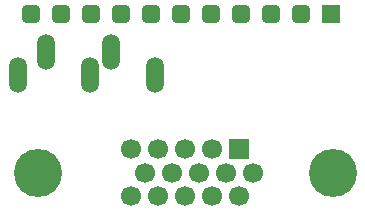
<source format=gbr>
G04 #@! TF.GenerationSoftware,KiCad,Pcbnew,(6.0.1-0)*
G04 #@! TF.CreationDate,2022-02-24T13:12:43-05:00*
G04 #@! TF.ProjectId,DC2VGA_Horizontal,44433256-4741-45f4-986f-72697a6f6e74,1*
G04 #@! TF.SameCoordinates,Original*
G04 #@! TF.FileFunction,Soldermask,Bot*
G04 #@! TF.FilePolarity,Negative*
%FSLAX46Y46*%
G04 Gerber Fmt 4.6, Leading zero omitted, Abs format (unit mm)*
G04 Created by KiCad (PCBNEW (6.0.1-0)) date 2022-02-24 13:12:43*
%MOMM*%
%LPD*%
G01*
G04 APERTURE LIST*
G04 Aperture macros list*
%AMRoundRect*
0 Rectangle with rounded corners*
0 $1 Rounding radius*
0 $2 $3 $4 $5 $6 $7 $8 $9 X,Y pos of 4 corners*
0 Add a 4 corners polygon primitive as box body*
4,1,4,$2,$3,$4,$5,$6,$7,$8,$9,$2,$3,0*
0 Add four circle primitives for the rounded corners*
1,1,$1+$1,$2,$3*
1,1,$1+$1,$4,$5*
1,1,$1+$1,$6,$7*
1,1,$1+$1,$8,$9*
0 Add four rect primitives between the rounded corners*
20,1,$1+$1,$2,$3,$4,$5,0*
20,1,$1+$1,$4,$5,$6,$7,0*
20,1,$1+$1,$6,$7,$8,$9,0*
20,1,$1+$1,$8,$9,$2,$3,0*%
G04 Aperture macros list end*
%ADD10R,1.700000X1.700000*%
%ADD11C,1.700000*%
%ADD12C,4.066000*%
%ADD13O,1.508000X3.016000*%
%ADD14R,1.524000X1.524000*%
%ADD15RoundRect,0.381000X-0.381000X-0.381000X0.381000X-0.381000X0.381000X0.381000X-0.381000X0.381000X0*%
G04 APERTURE END LIST*
D10*
X146725000Y-107595000D03*
D11*
X144435000Y-107595000D03*
X142145000Y-107595000D03*
X139855000Y-107595000D03*
X137565000Y-107595000D03*
X147870000Y-109575000D03*
X145580000Y-109575000D03*
X143290000Y-109575000D03*
X141000000Y-109575000D03*
X138710000Y-109575000D03*
X146725000Y-111555000D03*
X144435000Y-111555000D03*
X142145000Y-111555000D03*
X139855000Y-111555000D03*
X137565000Y-111555000D03*
D12*
X129650000Y-109575000D03*
X154640000Y-109575000D03*
D13*
X127950000Y-101350000D03*
X130350000Y-99350000D03*
X135850000Y-99350000D03*
X139550000Y-101350000D03*
X134050000Y-101350000D03*
D14*
X154487181Y-96168903D03*
D15*
X151947181Y-96168903D03*
X149407181Y-96168903D03*
X134167181Y-96168903D03*
X131627181Y-96168903D03*
X141787181Y-96168903D03*
X139247181Y-96168903D03*
X129087181Y-96168903D03*
X136707181Y-96168903D03*
X146867181Y-96168903D03*
X144327181Y-96168903D03*
M02*

</source>
